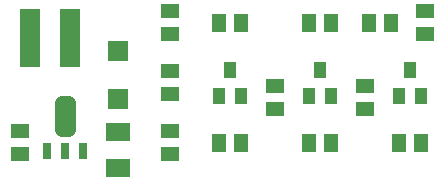
<source format=gtp>
G75*
%MOIN*%
%OFA0B0*%
%FSLAX24Y24*%
%IPPOS*%
%LPD*%
%AMOC8*
5,1,8,0,0,1.08239X$1,22.5*
%
%ADD10R,0.0394X0.0551*%
%ADD11R,0.0512X0.0591*%
%ADD12R,0.0591X0.0512*%
%ADD13R,0.0709X0.1969*%
%ADD14R,0.0669X0.0709*%
%ADD15R,0.0787X0.0591*%
%ADD16R,0.0630X0.0512*%
%ADD17R,0.0315X0.0551*%
%ADD18C,0.0512*%
D10*
X013376Y003667D03*
X014124Y003667D03*
X016376Y003667D03*
X017124Y003667D03*
X019376Y003667D03*
X020124Y003667D03*
X019750Y004533D03*
X016750Y004533D03*
X013750Y004533D03*
D11*
X013376Y006100D03*
X014124Y006100D03*
X016376Y006100D03*
X017124Y006100D03*
X018376Y006100D03*
X019124Y006100D03*
X019376Y002100D03*
X020124Y002100D03*
X017124Y002100D03*
X016376Y002100D03*
X014124Y002100D03*
X013376Y002100D03*
D12*
X011750Y001726D03*
X011750Y002474D03*
X015250Y003226D03*
X015250Y003974D03*
X018250Y003974D03*
X018250Y003226D03*
X011750Y003726D03*
X011750Y004474D03*
X011750Y005726D03*
X011750Y006474D03*
X020250Y006474D03*
X020250Y005726D03*
D13*
X008419Y005600D03*
X007081Y005600D03*
D14*
X010000Y005157D03*
X010000Y003543D03*
D15*
X010000Y002441D03*
X010000Y001259D03*
D16*
X006750Y001706D03*
X006750Y002494D03*
D17*
X007660Y001820D03*
X008250Y001820D03*
X008840Y001820D03*
D18*
X008358Y002551D02*
X008152Y002551D01*
X008152Y003407D01*
X008358Y003407D01*
X008358Y002551D01*
X008358Y002703D02*
X008152Y002703D01*
X008152Y003213D02*
X008358Y003213D01*
M02*

</source>
